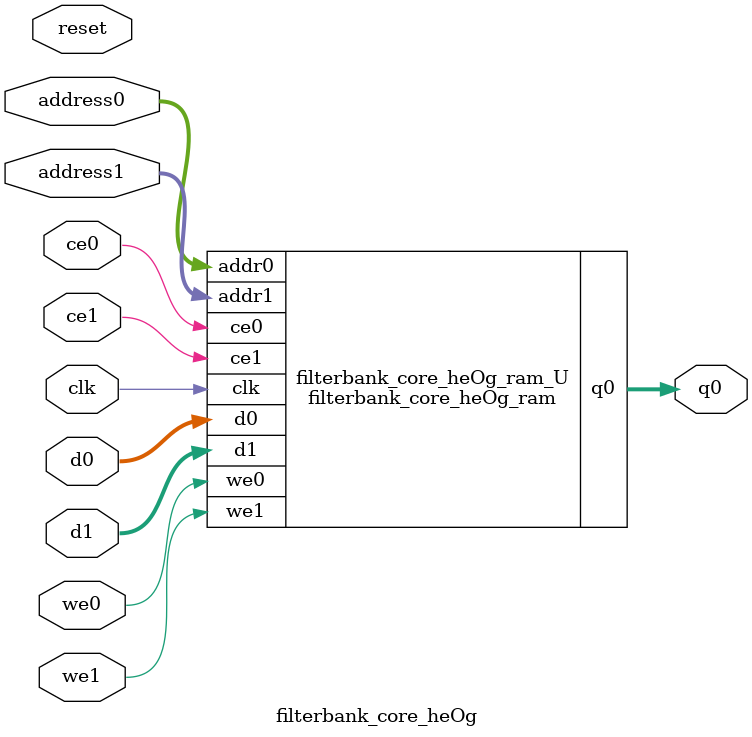
<source format=v>

`timescale 1 ns / 1 ps
module filterbank_core_heOg_ram (addr0, ce0, d0, we0, q0, addr1, ce1, d1, we1,  clk);

parameter DWIDTH = 32;
parameter AWIDTH = 8;
parameter MEM_SIZE = 256;

input[AWIDTH-1:0] addr0;
input ce0;
input[DWIDTH-1:0] d0;
input we0;
output reg[DWIDTH-1:0] q0;
input[AWIDTH-1:0] addr1;
input ce1;
input[DWIDTH-1:0] d1;
input we1;
input clk;

(* ram_style = "block" *)reg [DWIDTH-1:0] ram[0:MEM_SIZE-1];




always @(posedge clk)  
begin 
    if (ce0) 
    begin
        if (we0) 
        begin 
            ram[addr0] <= d0; 
            q0 <= d0;
        end 
        else 
            q0 <= ram[addr0];
    end
end


always @(posedge clk)  
begin 
    if (ce1) 
    begin
        if (we1) 
        begin 
            ram[addr1] <= d1; 
        end 
    end
end


endmodule


`timescale 1 ns / 1 ps
module filterbank_core_heOg(
    reset,
    clk,
    address0,
    ce0,
    we0,
    d0,
    q0,
    address1,
    ce1,
    we1,
    d1);

parameter DataWidth = 32'd32;
parameter AddressRange = 32'd256;
parameter AddressWidth = 32'd8;
input reset;
input clk;
input[AddressWidth - 1:0] address0;
input ce0;
input we0;
input[DataWidth - 1:0] d0;
output[DataWidth - 1:0] q0;
input[AddressWidth - 1:0] address1;
input ce1;
input we1;
input[DataWidth - 1:0] d1;



filterbank_core_heOg_ram filterbank_core_heOg_ram_U(
    .clk( clk ),
    .addr0( address0 ),
    .ce0( ce0 ),
    .d0( d0 ),
    .we0( we0 ),
    .q0( q0 ),
    .addr1( address1 ),
    .ce1( ce1 ),
    .d1( d1 ),
    .we1( we1 ));

endmodule


</source>
